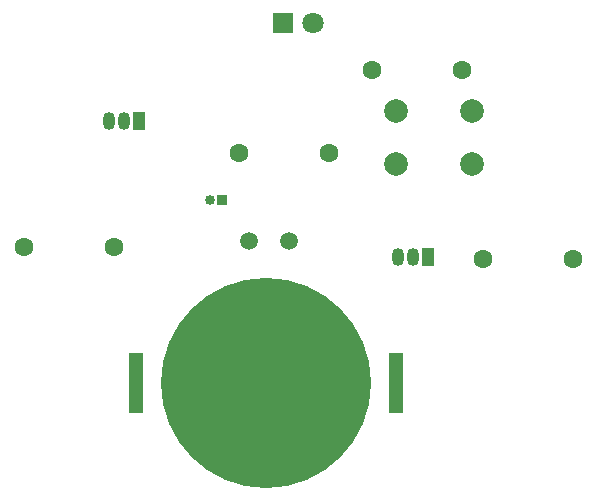
<source format=gbr>
%TF.GenerationSoftware,KiCad,Pcbnew,9.0.2*%
%TF.CreationDate,2025-06-02T01:08:02+08:00*%
%TF.ProjectId,niigo,6e696967-6f2e-46b6-9963-61645f706362,rev?*%
%TF.SameCoordinates,Original*%
%TF.FileFunction,Soldermask,Bot*%
%TF.FilePolarity,Negative*%
%FSLAX46Y46*%
G04 Gerber Fmt 4.6, Leading zero omitted, Abs format (unit mm)*
G04 Created by KiCad (PCBNEW 9.0.2) date 2025-06-02 01:08:02*
%MOMM*%
%LPD*%
G01*
G04 APERTURE LIST*
%ADD10C,1.600000*%
%ADD11R,1.050000X1.500000*%
%ADD12O,1.050000X1.500000*%
%ADD13C,2.000000*%
%ADD14C,1.500000*%
%ADD15R,0.850000X0.850000*%
%ADD16C,0.850000*%
%ADD17R,1.800000X1.800000*%
%ADD18C,1.800000*%
%ADD19R,1.270000X5.080000*%
%ADD20C,17.800000*%
G04 APERTURE END LIST*
D10*
%TO.C,R1*%
X244880000Y-70500000D03*
X252500000Y-70500000D03*
%TD*%
D11*
%TO.C,Q2*%
X240270000Y-70360000D03*
D12*
X239000000Y-70360000D03*
X237730000Y-70360000D03*
%TD*%
D10*
%TO.C,R4*%
X206000000Y-69500000D03*
X213620000Y-69500000D03*
%TD*%
D13*
%TO.C,SW1*%
X244000000Y-58000000D03*
X237500000Y-58000000D03*
X244000000Y-62500000D03*
X237500000Y-62500000D03*
%TD*%
D10*
%TO.C,R5*%
X231810000Y-61500000D03*
X224190000Y-61500000D03*
%TD*%
%TO.C,R3*%
X243120000Y-54500000D03*
X235500000Y-54500000D03*
%TD*%
D14*
%TO.C,R2*%
X225100000Y-69000000D03*
X228500000Y-69000000D03*
%TD*%
D11*
%TO.C,Q1*%
X215770000Y-58860000D03*
D12*
X214500000Y-58860000D03*
X213230000Y-58860000D03*
%TD*%
D15*
%TO.C,M1*%
X222800000Y-65500000D03*
D16*
X221800000Y-65500000D03*
%TD*%
D17*
%TO.C,D1*%
X227960000Y-50500000D03*
D18*
X230500000Y-50500000D03*
%TD*%
D19*
%TO.C,BT1*%
X237485000Y-81000000D03*
X215515000Y-81000000D03*
D20*
X226500000Y-81000000D03*
%TD*%
M02*

</source>
